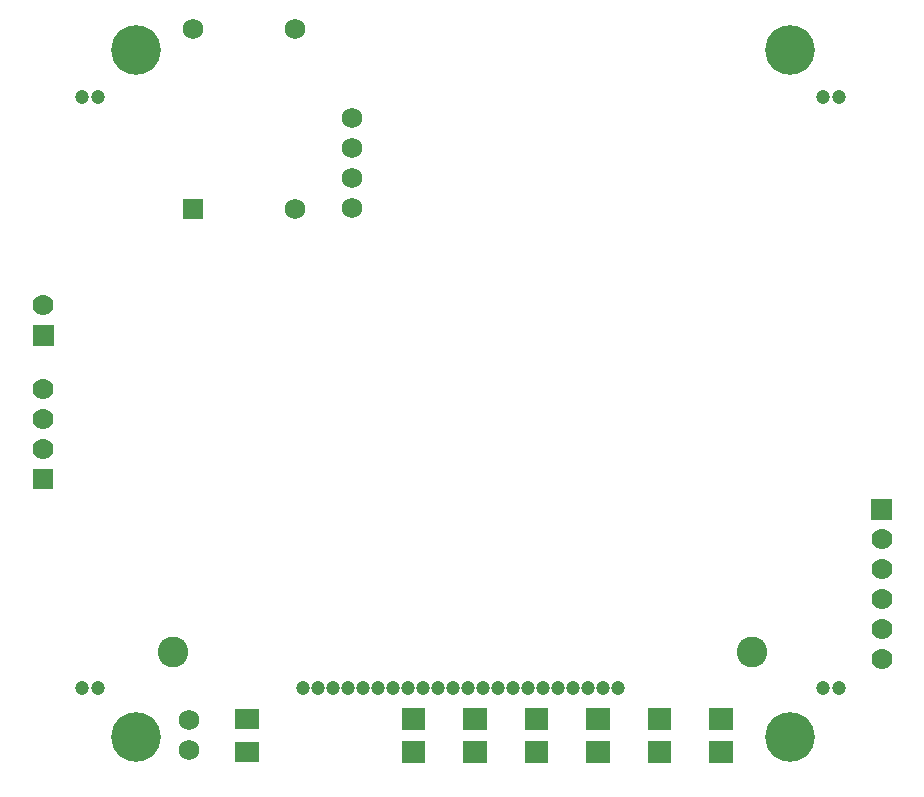
<source format=gbs>
G04 Layer: BottomSolderMaskLayer*
G04 EasyEDA v6.4.25, 2021-11-06T18:35:38+01:00*
G04 257399e89a0843229902440734c7eb75,b8d8dd1b48584f29be867e52f4c70977,10*
G04 Gerber Generator version 0.2*
G04 Scale: 100 percent, Rotated: No, Reflected: No *
G04 Dimensions in millimeters *
G04 leading zeros omitted , absolute positions ,4 integer and 5 decimal *
%FSLAX45Y45*%
%MOMM*%

%ADD36C,1.2032*%
%ADD37C,2.6032*%
%ADD38C,1.7272*%
%ADD40R,1.7272X1.7272*%
%ADD48C,1.7780*%
%ADD49R,1.7780X1.7780*%
%ADD50R,2.0041X1.8034*%
%ADD52C,4.2032*%

%LPD*%
D36*
G01*
X2315006Y-5765876D03*
G01*
X2441981Y-5765876D03*
G01*
X2568981Y-5765876D03*
G01*
X2695981Y-5765876D03*
G01*
X2822981Y-5765876D03*
G01*
X2949981Y-5765876D03*
G01*
X3076981Y-5765876D03*
G01*
X3203981Y-5765876D03*
G01*
X3330981Y-5765876D03*
G01*
X3457981Y-5765876D03*
G01*
X3584981Y-5765876D03*
G01*
X3711981Y-5765876D03*
G01*
X3838981Y-5765876D03*
G01*
X3965981Y-5765876D03*
G01*
X4092981Y-5765876D03*
G01*
X4219981Y-5765876D03*
G01*
X4346981Y-5765876D03*
G01*
X4473981Y-5765876D03*
G01*
X4600981Y-5765876D03*
G01*
X4727981Y-5765876D03*
G01*
X4854981Y-5765876D03*
G01*
X4982006Y-5765876D03*
G01*
X6721906Y-5765876D03*
G01*
X6849897Y-5765876D03*
G01*
X448106Y-5765876D03*
G01*
X576097Y-5765876D03*
G01*
X6721906Y-762076D03*
G01*
X6849897Y-762076D03*
G01*
X448106Y-762076D03*
G01*
X576122Y-762076D03*
D37*
G01*
X1215009Y-5465876D03*
G01*
X6114999Y-5465876D03*
G36*
X4192270Y-6399021D02*
G01*
X4192270Y-6218681D01*
X4392675Y-6218681D01*
X4392675Y-6399021D01*
G37*
G36*
X4192270Y-6119621D02*
G01*
X4192270Y-5939281D01*
X4392675Y-5939281D01*
X4392675Y-6119621D01*
G37*
G36*
X4712970Y-6399021D02*
G01*
X4712970Y-6218681D01*
X4913375Y-6218681D01*
X4913375Y-6399021D01*
G37*
G36*
X4712970Y-6119621D02*
G01*
X4712970Y-5939281D01*
X4913375Y-5939281D01*
X4913375Y-6119621D01*
G37*
G36*
X5754370Y-6399021D02*
G01*
X5754370Y-6218681D01*
X5954775Y-6218681D01*
X5954775Y-6399021D01*
G37*
G36*
X5754370Y-6119621D02*
G01*
X5754370Y-5939281D01*
X5954775Y-5939281D01*
X5954775Y-6119621D01*
G37*
G36*
X3150870Y-6399021D02*
G01*
X3150870Y-6218681D01*
X3351275Y-6218681D01*
X3351275Y-6399021D01*
G37*
G36*
X3150870Y-6119621D02*
G01*
X3150870Y-5939281D01*
X3351275Y-5939281D01*
X3351275Y-6119621D01*
G37*
G36*
X5233670Y-6399021D02*
G01*
X5233670Y-6218681D01*
X5434075Y-6218681D01*
X5434075Y-6399021D01*
G37*
G36*
X5233670Y-6119621D02*
G01*
X5233670Y-5939281D01*
X5434075Y-5939281D01*
X5434075Y-6119621D01*
G37*
D50*
G01*
X1841627Y-6029452D03*
G01*
X1841627Y-6308852D03*
G36*
X3671570Y-6399021D02*
G01*
X3671570Y-6218681D01*
X3871975Y-6218681D01*
X3871975Y-6399021D01*
G37*
G36*
X3671570Y-6119621D02*
G01*
X3671570Y-5939281D01*
X3871975Y-5939281D01*
X3871975Y-6119621D01*
G37*
D38*
G01*
X1346200Y-6296025D03*
G01*
X1346200Y-6042025D03*
D40*
G01*
X1384300Y-1714500D03*
D38*
G01*
X1384300Y-190500D03*
G01*
X2247900Y-190500D03*
G01*
X2247900Y-1714500D03*
G01*
X2730703Y-939952D03*
G01*
X2730703Y-1193952D03*
G01*
X2730703Y-1447952D03*
G01*
X2730703Y-1701952D03*
D48*
G01*
X7213600Y-5524500D03*
G01*
X7213600Y-5270500D03*
G01*
X7213600Y-5016500D03*
G01*
X7213600Y-4762500D03*
G01*
X7213600Y-4508500D03*
G36*
X7124700Y-4343400D02*
G01*
X7124700Y-4165600D01*
X7302500Y-4165600D01*
X7302500Y-4343400D01*
G37*
D49*
G01*
X114300Y-4000500D03*
D48*
G01*
X114300Y-3746500D03*
G01*
X114300Y-3492500D03*
G01*
X114300Y-3238500D03*
G36*
X25400Y-2870200D02*
G01*
X25400Y-2692400D01*
X203200Y-2692400D01*
X203200Y-2870200D01*
G37*
G01*
X114300Y-2527300D03*
D52*
G01*
X6438900Y-6184900D03*
G01*
X901700Y-6184900D03*
G01*
X6438900Y-368300D03*
G01*
X901700Y-368300D03*
M02*

</source>
